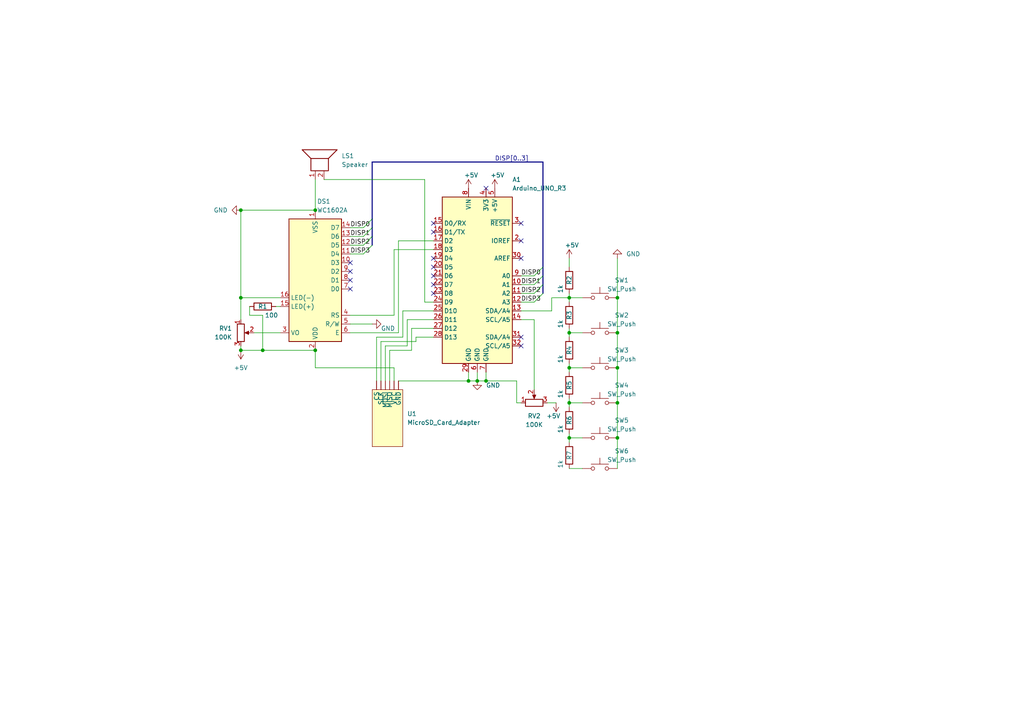
<source format=kicad_sch>
(kicad_sch (version 20211123) (generator eeschema)

  (uuid 41524d81-a7f7-45af-a8c6-15609b68d1fd)

  (paper "A4")

  (lib_symbols
    (symbol "Device:R" (pin_numbers hide) (pin_names (offset 0)) (in_bom yes) (on_board yes)
      (property "Reference" "R" (id 0) (at 2.032 0 90)
        (effects (font (size 1.27 1.27)))
      )
      (property "Value" "R" (id 1) (at 0 0 90)
        (effects (font (size 1.27 1.27)))
      )
      (property "Footprint" "" (id 2) (at -1.778 0 90)
        (effects (font (size 1.27 1.27)) hide)
      )
      (property "Datasheet" "~" (id 3) (at 0 0 0)
        (effects (font (size 1.27 1.27)) hide)
      )
      (property "ki_keywords" "R res resistor" (id 4) (at 0 0 0)
        (effects (font (size 1.27 1.27)) hide)
      )
      (property "ki_description" "Resistor" (id 5) (at 0 0 0)
        (effects (font (size 1.27 1.27)) hide)
      )
      (property "ki_fp_filters" "R_*" (id 6) (at 0 0 0)
        (effects (font (size 1.27 1.27)) hide)
      )
      (symbol "R_0_1"
        (rectangle (start -1.016 -2.54) (end 1.016 2.54)
          (stroke (width 0.254) (type default) (color 0 0 0 0))
          (fill (type none))
        )
      )
      (symbol "R_1_1"
        (pin passive line (at 0 3.81 270) (length 1.27)
          (name "~" (effects (font (size 1.27 1.27))))
          (number "1" (effects (font (size 1.27 1.27))))
        )
        (pin passive line (at 0 -3.81 90) (length 1.27)
          (name "~" (effects (font (size 1.27 1.27))))
          (number "2" (effects (font (size 1.27 1.27))))
        )
      )
    )
    (symbol "Device:R_Potentiometer" (pin_names (offset 1.016) hide) (in_bom yes) (on_board yes)
      (property "Reference" "RV" (id 0) (at -4.445 0 90)
        (effects (font (size 1.27 1.27)))
      )
      (property "Value" "R_Potentiometer" (id 1) (at -2.54 0 90)
        (effects (font (size 1.27 1.27)))
      )
      (property "Footprint" "" (id 2) (at 0 0 0)
        (effects (font (size 1.27 1.27)) hide)
      )
      (property "Datasheet" "~" (id 3) (at 0 0 0)
        (effects (font (size 1.27 1.27)) hide)
      )
      (property "ki_keywords" "resistor variable" (id 4) (at 0 0 0)
        (effects (font (size 1.27 1.27)) hide)
      )
      (property "ki_description" "Potentiometer" (id 5) (at 0 0 0)
        (effects (font (size 1.27 1.27)) hide)
      )
      (property "ki_fp_filters" "Potentiometer*" (id 6) (at 0 0 0)
        (effects (font (size 1.27 1.27)) hide)
      )
      (symbol "R_Potentiometer_0_1"
        (polyline
          (pts
            (xy 2.54 0)
            (xy 1.524 0)
          )
          (stroke (width 0) (type default) (color 0 0 0 0))
          (fill (type none))
        )
        (polyline
          (pts
            (xy 1.143 0)
            (xy 2.286 0.508)
            (xy 2.286 -0.508)
            (xy 1.143 0)
          )
          (stroke (width 0) (type default) (color 0 0 0 0))
          (fill (type outline))
        )
        (rectangle (start 1.016 2.54) (end -1.016 -2.54)
          (stroke (width 0.254) (type default) (color 0 0 0 0))
          (fill (type none))
        )
      )
      (symbol "R_Potentiometer_1_1"
        (pin passive line (at 0 3.81 270) (length 1.27)
          (name "1" (effects (font (size 1.27 1.27))))
          (number "1" (effects (font (size 1.27 1.27))))
        )
        (pin passive line (at 3.81 0 180) (length 1.27)
          (name "2" (effects (font (size 1.27 1.27))))
          (number "2" (effects (font (size 1.27 1.27))))
        )
        (pin passive line (at 0 -3.81 90) (length 1.27)
          (name "3" (effects (font (size 1.27 1.27))))
          (number "3" (effects (font (size 1.27 1.27))))
        )
      )
    )
    (symbol "Device:Speaker" (pin_names (offset 0) hide) (in_bom yes) (on_board yes)
      (property "Reference" "LS" (id 0) (at 1.27 5.715 0)
        (effects (font (size 1.27 1.27)) (justify right))
      )
      (property "Value" "Speaker" (id 1) (at 1.27 3.81 0)
        (effects (font (size 1.27 1.27)) (justify right))
      )
      (property "Footprint" "" (id 2) (at 0 -5.08 0)
        (effects (font (size 1.27 1.27)) hide)
      )
      (property "Datasheet" "~" (id 3) (at -0.254 -1.27 0)
        (effects (font (size 1.27 1.27)) hide)
      )
      (property "ki_keywords" "speaker sound" (id 4) (at 0 0 0)
        (effects (font (size 1.27 1.27)) hide)
      )
      (property "ki_description" "Speaker" (id 5) (at 0 0 0)
        (effects (font (size 1.27 1.27)) hide)
      )
      (symbol "Speaker_0_0"
        (rectangle (start -2.54 1.27) (end 1.016 -3.81)
          (stroke (width 0.254) (type default) (color 0 0 0 0))
          (fill (type none))
        )
        (polyline
          (pts
            (xy 1.016 1.27)
            (xy 3.556 3.81)
            (xy 3.556 -6.35)
            (xy 1.016 -3.81)
          )
          (stroke (width 0.254) (type default) (color 0 0 0 0))
          (fill (type none))
        )
      )
      (symbol "Speaker_1_1"
        (pin input line (at -5.08 0 0) (length 2.54)
          (name "1" (effects (font (size 1.27 1.27))))
          (number "1" (effects (font (size 1.27 1.27))))
        )
        (pin input line (at -5.08 -2.54 0) (length 2.54)
          (name "2" (effects (font (size 1.27 1.27))))
          (number "2" (effects (font (size 1.27 1.27))))
        )
      )
    )
    (symbol "Display_Character:WC1602A" (in_bom yes) (on_board yes)
      (property "Reference" "DS" (id 0) (at -5.842 19.05 0)
        (effects (font (size 1.27 1.27)))
      )
      (property "Value" "WC1602A" (id 1) (at 5.334 19.05 0)
        (effects (font (size 1.27 1.27)))
      )
      (property "Footprint" "Display:WC1602A" (id 2) (at 0 -22.86 0)
        (effects (font (size 1.27 1.27) italic) hide)
      )
      (property "Datasheet" "http://www.wincomlcd.com/pdf/WC1602A-SFYLYHTC06.pdf" (id 3) (at 17.78 0 0)
        (effects (font (size 1.27 1.27)) hide)
      )
      (property "ki_keywords" "display LCD dot-matrix" (id 4) (at 0 0 0)
        (effects (font (size 1.27 1.27)) hide)
      )
      (property "ki_description" "LCD 16x2 Alphanumeric , 8 bit parallel bus, 5V VDD" (id 5) (at 0 0 0)
        (effects (font (size 1.27 1.27)) hide)
      )
      (property "ki_fp_filters" "*WC*1602A*" (id 6) (at 0 0 0)
        (effects (font (size 1.27 1.27)) hide)
      )
      (symbol "WC1602A_1_1"
        (rectangle (start -7.62 17.78) (end 7.62 -17.78)
          (stroke (width 0.254) (type default) (color 0 0 0 0))
          (fill (type background))
        )
        (pin power_in line (at 0 -20.32 90) (length 2.54)
          (name "VSS" (effects (font (size 1.27 1.27))))
          (number "1" (effects (font (size 1.27 1.27))))
        )
        (pin input line (at -10.16 -5.08 0) (length 2.54)
          (name "D3" (effects (font (size 1.27 1.27))))
          (number "10" (effects (font (size 1.27 1.27))))
        )
        (pin input line (at -10.16 -7.62 0) (length 2.54)
          (name "D4" (effects (font (size 1.27 1.27))))
          (number "11" (effects (font (size 1.27 1.27))))
        )
        (pin input line (at -10.16 -10.16 0) (length 2.54)
          (name "D5" (effects (font (size 1.27 1.27))))
          (number "12" (effects (font (size 1.27 1.27))))
        )
        (pin input line (at -10.16 -12.7 0) (length 2.54)
          (name "D6" (effects (font (size 1.27 1.27))))
          (number "13" (effects (font (size 1.27 1.27))))
        )
        (pin input line (at -10.16 -15.24 0) (length 2.54)
          (name "D7" (effects (font (size 1.27 1.27))))
          (number "14" (effects (font (size 1.27 1.27))))
        )
        (pin power_in line (at 10.16 7.62 180) (length 2.54)
          (name "LED(+)" (effects (font (size 1.27 1.27))))
          (number "15" (effects (font (size 1.27 1.27))))
        )
        (pin power_in line (at 10.16 5.08 180) (length 2.54)
          (name "LED(-)" (effects (font (size 1.27 1.27))))
          (number "16" (effects (font (size 1.27 1.27))))
        )
        (pin power_in line (at 0 20.32 270) (length 2.54)
          (name "VDD" (effects (font (size 1.27 1.27))))
          (number "2" (effects (font (size 1.27 1.27))))
        )
        (pin input line (at 10.16 15.24 180) (length 2.54)
          (name "VO" (effects (font (size 1.27 1.27))))
          (number "3" (effects (font (size 1.27 1.27))))
        )
        (pin input line (at -10.16 10.16 0) (length 2.54)
          (name "RS" (effects (font (size 1.27 1.27))))
          (number "4" (effects (font (size 1.27 1.27))))
        )
        (pin input line (at -10.16 12.7 0) (length 2.54)
          (name "R/W" (effects (font (size 1.27 1.27))))
          (number "5" (effects (font (size 1.27 1.27))))
        )
        (pin input line (at -10.16 15.24 0) (length 2.54)
          (name "E" (effects (font (size 1.27 1.27))))
          (number "6" (effects (font (size 1.27 1.27))))
        )
        (pin input line (at -10.16 2.54 0) (length 2.54)
          (name "D0" (effects (font (size 1.27 1.27))))
          (number "7" (effects (font (size 1.27 1.27))))
        )
        (pin input line (at -10.16 0 0) (length 2.54)
          (name "D1" (effects (font (size 1.27 1.27))))
          (number "8" (effects (font (size 1.27 1.27))))
        )
        (pin input line (at -10.16 -2.54 0) (length 2.54)
          (name "D2" (effects (font (size 1.27 1.27))))
          (number "9" (effects (font (size 1.27 1.27))))
        )
      )
    )
    (symbol "MCU_Module:Arduino_UNO_R3" (in_bom yes) (on_board yes)
      (property "Reference" "A" (id 0) (at -10.16 23.495 0)
        (effects (font (size 1.27 1.27)) (justify left bottom))
      )
      (property "Value" "Arduino_UNO_R3" (id 1) (at 5.08 -26.67 0)
        (effects (font (size 1.27 1.27)) (justify left top))
      )
      (property "Footprint" "Module:Arduino_UNO_R3" (id 2) (at 0 0 0)
        (effects (font (size 1.27 1.27) italic) hide)
      )
      (property "Datasheet" "https://www.arduino.cc/en/Main/arduinoBoardUno" (id 3) (at 0 0 0)
        (effects (font (size 1.27 1.27)) hide)
      )
      (property "ki_keywords" "Arduino UNO R3 Microcontroller Module Atmel AVR USB" (id 4) (at 0 0 0)
        (effects (font (size 1.27 1.27)) hide)
      )
      (property "ki_description" "Arduino UNO Microcontroller Module, release 3" (id 5) (at 0 0 0)
        (effects (font (size 1.27 1.27)) hide)
      )
      (property "ki_fp_filters" "Arduino*UNO*R3*" (id 6) (at 0 0 0)
        (effects (font (size 1.27 1.27)) hide)
      )
      (symbol "Arduino_UNO_R3_0_1"
        (rectangle (start -10.16 22.86) (end 10.16 -25.4)
          (stroke (width 0.254) (type default) (color 0 0 0 0))
          (fill (type background))
        )
      )
      (symbol "Arduino_UNO_R3_1_1"
        (pin no_connect line (at -10.16 -20.32 0) (length 2.54) hide
          (name "NC" (effects (font (size 1.27 1.27))))
          (number "1" (effects (font (size 1.27 1.27))))
        )
        (pin bidirectional line (at 12.7 -2.54 180) (length 2.54)
          (name "A1" (effects (font (size 1.27 1.27))))
          (number "10" (effects (font (size 1.27 1.27))))
        )
        (pin bidirectional line (at 12.7 -5.08 180) (length 2.54)
          (name "A2" (effects (font (size 1.27 1.27))))
          (number "11" (effects (font (size 1.27 1.27))))
        )
        (pin bidirectional line (at 12.7 -7.62 180) (length 2.54)
          (name "A3" (effects (font (size 1.27 1.27))))
          (number "12" (effects (font (size 1.27 1.27))))
        )
        (pin bidirectional line (at 12.7 -10.16 180) (length 2.54)
          (name "SDA/A4" (effects (font (size 1.27 1.27))))
          (number "13" (effects (font (size 1.27 1.27))))
        )
        (pin bidirectional line (at 12.7 -12.7 180) (length 2.54)
          (name "SCL/A5" (effects (font (size 1.27 1.27))))
          (number "14" (effects (font (size 1.27 1.27))))
        )
        (pin bidirectional line (at -12.7 15.24 0) (length 2.54)
          (name "D0/RX" (effects (font (size 1.27 1.27))))
          (number "15" (effects (font (size 1.27 1.27))))
        )
        (pin bidirectional line (at -12.7 12.7 0) (length 2.54)
          (name "D1/TX" (effects (font (size 1.27 1.27))))
          (number "16" (effects (font (size 1.27 1.27))))
        )
        (pin bidirectional line (at -12.7 10.16 0) (length 2.54)
          (name "D2" (effects (font (size 1.27 1.27))))
          (number "17" (effects (font (size 1.27 1.27))))
        )
        (pin bidirectional line (at -12.7 7.62 0) (length 2.54)
          (name "D3" (effects (font (size 1.27 1.27))))
          (number "18" (effects (font (size 1.27 1.27))))
        )
        (pin bidirectional line (at -12.7 5.08 0) (length 2.54)
          (name "D4" (effects (font (size 1.27 1.27))))
          (number "19" (effects (font (size 1.27 1.27))))
        )
        (pin output line (at 12.7 10.16 180) (length 2.54)
          (name "IOREF" (effects (font (size 1.27 1.27))))
          (number "2" (effects (font (size 1.27 1.27))))
        )
        (pin bidirectional line (at -12.7 2.54 0) (length 2.54)
          (name "D5" (effects (font (size 1.27 1.27))))
          (number "20" (effects (font (size 1.27 1.27))))
        )
        (pin bidirectional line (at -12.7 0 0) (length 2.54)
          (name "D6" (effects (font (size 1.27 1.27))))
          (number "21" (effects (font (size 1.27 1.27))))
        )
        (pin bidirectional line (at -12.7 -2.54 0) (length 2.54)
          (name "D7" (effects (font (size 1.27 1.27))))
          (number "22" (effects (font (size 1.27 1.27))))
        )
        (pin bidirectional line (at -12.7 -5.08 0) (length 2.54)
          (name "D8" (effects (font (size 1.27 1.27))))
          (number "23" (effects (font (size 1.27 1.27))))
        )
        (pin bidirectional line (at -12.7 -7.62 0) (length 2.54)
          (name "D9" (effects (font (size 1.27 1.27))))
          (number "24" (effects (font (size 1.27 1.27))))
        )
        (pin bidirectional line (at -12.7 -10.16 0) (length 2.54)
          (name "D10" (effects (font (size 1.27 1.27))))
          (number "25" (effects (font (size 1.27 1.27))))
        )
        (pin bidirectional line (at -12.7 -12.7 0) (length 2.54)
          (name "D11" (effects (font (size 1.27 1.27))))
          (number "26" (effects (font (size 1.27 1.27))))
        )
        (pin bidirectional line (at -12.7 -15.24 0) (length 2.54)
          (name "D12" (effects (font (size 1.27 1.27))))
          (number "27" (effects (font (size 1.27 1.27))))
        )
        (pin bidirectional line (at -12.7 -17.78 0) (length 2.54)
          (name "D13" (effects (font (size 1.27 1.27))))
          (number "28" (effects (font (size 1.27 1.27))))
        )
        (pin power_in line (at -2.54 -27.94 90) (length 2.54)
          (name "GND" (effects (font (size 1.27 1.27))))
          (number "29" (effects (font (size 1.27 1.27))))
        )
        (pin input line (at 12.7 15.24 180) (length 2.54)
          (name "~{RESET}" (effects (font (size 1.27 1.27))))
          (number "3" (effects (font (size 1.27 1.27))))
        )
        (pin input line (at 12.7 5.08 180) (length 2.54)
          (name "AREF" (effects (font (size 1.27 1.27))))
          (number "30" (effects (font (size 1.27 1.27))))
        )
        (pin bidirectional line (at 12.7 -17.78 180) (length 2.54)
          (name "SDA/A4" (effects (font (size 1.27 1.27))))
          (number "31" (effects (font (size 1.27 1.27))))
        )
        (pin bidirectional line (at 12.7 -20.32 180) (length 2.54)
          (name "SCL/A5" (effects (font (size 1.27 1.27))))
          (number "32" (effects (font (size 1.27 1.27))))
        )
        (pin power_out line (at 2.54 25.4 270) (length 2.54)
          (name "3V3" (effects (font (size 1.27 1.27))))
          (number "4" (effects (font (size 1.27 1.27))))
        )
        (pin power_out line (at 5.08 25.4 270) (length 2.54)
          (name "+5V" (effects (font (size 1.27 1.27))))
          (number "5" (effects (font (size 1.27 1.27))))
        )
        (pin power_in line (at 0 -27.94 90) (length 2.54)
          (name "GND" (effects (font (size 1.27 1.27))))
          (number "6" (effects (font (size 1.27 1.27))))
        )
        (pin power_in line (at 2.54 -27.94 90) (length 2.54)
          (name "GND" (effects (font (size 1.27 1.27))))
          (number "7" (effects (font (size 1.27 1.27))))
        )
        (pin power_in line (at -2.54 25.4 270) (length 2.54)
          (name "VIN" (effects (font (size 1.27 1.27))))
          (number "8" (effects (font (size 1.27 1.27))))
        )
        (pin bidirectional line (at 12.7 0 180) (length 2.54)
          (name "A0" (effects (font (size 1.27 1.27))))
          (number "9" (effects (font (size 1.27 1.27))))
        )
      )
    )
    (symbol "MicroSD_Card_Module:MicroSD_Card_Adapter" (in_bom yes) (on_board yes)
      (property "Reference" "U" (id 0) (at -7.62 11.43 0)
        (effects (font (size 1.27 1.27)))
      )
      (property "Value" "MicroSD_Card_Adapter" (id 1) (at 1.27 0 0)
        (effects (font (size 1.27 1.27)))
      )
      (property "Footprint" "" (id 2) (at 0 0 0)
        (effects (font (size 1.27 1.27)) hide)
      )
      (property "Datasheet" "" (id 3) (at 0 0 0)
        (effects (font (size 1.27 1.27)) hide)
      )
      (symbol "MicroSD_Card_Adapter_0_1"
        (rectangle (start -8.89 10.16) (end 7.62 1.27)
          (stroke (width 0) (type default) (color 0 0 0 0))
          (fill (type background))
        )
      )
      (symbol "MicroSD_Card_Adapter_1_1"
        (pin passive line (at 10.16 8.89 180) (length 2.54)
          (name "CS" (effects (font (size 1.27 1.27))))
          (number "" (effects (font (size 1.27 1.27))))
        )
        (pin power_in line (at 10.16 2.54 180) (length 2.54)
          (name "GND" (effects (font (size 1.27 1.27))))
          (number "" (effects (font (size 1.27 1.27))))
        )
        (pin output line (at 10.16 5.08 180) (length 2.54)
          (name "MISO" (effects (font (size 1.27 1.27))))
          (number "" (effects (font (size 1.27 1.27))))
        )
        (pin input line (at 10.16 6.35 180) (length 2.54)
          (name "MOSI" (effects (font (size 1.27 1.27))))
          (number "" (effects (font (size 1.27 1.27))))
        )
        (pin passive line (at 10.16 7.62 180) (length 2.54)
          (name "SCK" (effects (font (size 1.27 1.27))))
          (number "" (effects (font (size 1.27 1.27))))
        )
        (pin power_in line (at 10.16 3.81 180) (length 2.54)
          (name "VCC" (effects (font (size 1.27 1.27))))
          (number "" (effects (font (size 1.27 1.27))))
        )
      )
    )
    (symbol "Switch:SW_Push" (pin_numbers hide) (pin_names (offset 1.016) hide) (in_bom yes) (on_board yes)
      (property "Reference" "SW" (id 0) (at 1.27 2.54 0)
        (effects (font (size 1.27 1.27)) (justify left))
      )
      (property "Value" "SW_Push" (id 1) (at 0 -1.524 0)
        (effects (font (size 1.27 1.27)))
      )
      (property "Footprint" "" (id 2) (at 0 5.08 0)
        (effects (font (size 1.27 1.27)) hide)
      )
      (property "Datasheet" "~" (id 3) (at 0 5.08 0)
        (effects (font (size 1.27 1.27)) hide)
      )
      (property "ki_keywords" "switch normally-open pushbutton push-button" (id 4) (at 0 0 0)
        (effects (font (size 1.27 1.27)) hide)
      )
      (property "ki_description" "Push button switch, generic, two pins" (id 5) (at 0 0 0)
        (effects (font (size 1.27 1.27)) hide)
      )
      (symbol "SW_Push_0_1"
        (circle (center -2.032 0) (radius 0.508)
          (stroke (width 0) (type default) (color 0 0 0 0))
          (fill (type none))
        )
        (polyline
          (pts
            (xy 0 1.27)
            (xy 0 3.048)
          )
          (stroke (width 0) (type default) (color 0 0 0 0))
          (fill (type none))
        )
        (polyline
          (pts
            (xy 2.54 1.27)
            (xy -2.54 1.27)
          )
          (stroke (width 0) (type default) (color 0 0 0 0))
          (fill (type none))
        )
        (circle (center 2.032 0) (radius 0.508)
          (stroke (width 0) (type default) (color 0 0 0 0))
          (fill (type none))
        )
        (pin passive line (at -5.08 0 0) (length 2.54)
          (name "1" (effects (font (size 1.27 1.27))))
          (number "1" (effects (font (size 1.27 1.27))))
        )
        (pin passive line (at 5.08 0 180) (length 2.54)
          (name "2" (effects (font (size 1.27 1.27))))
          (number "2" (effects (font (size 1.27 1.27))))
        )
      )
    )
    (symbol "power:+5V" (power) (pin_names (offset 0)) (in_bom yes) (on_board yes)
      (property "Reference" "#PWR" (id 0) (at 0 -3.81 0)
        (effects (font (size 1.27 1.27)) hide)
      )
      (property "Value" "+5V" (id 1) (at 0 3.556 0)
        (effects (font (size 1.27 1.27)))
      )
      (property "Footprint" "" (id 2) (at 0 0 0)
        (effects (font (size 1.27 1.27)) hide)
      )
      (property "Datasheet" "" (id 3) (at 0 0 0)
        (effects (font (size 1.27 1.27)) hide)
      )
      (property "ki_keywords" "power-flag" (id 4) (at 0 0 0)
        (effects (font (size 1.27 1.27)) hide)
      )
      (property "ki_description" "Power symbol creates a global label with name \"+5V\"" (id 5) (at 0 0 0)
        (effects (font (size 1.27 1.27)) hide)
      )
      (symbol "+5V_0_1"
        (polyline
          (pts
            (xy -0.762 1.27)
            (xy 0 2.54)
          )
          (stroke (width 0) (type default) (color 0 0 0 0))
          (fill (type none))
        )
        (polyline
          (pts
            (xy 0 0)
            (xy 0 2.54)
          )
          (stroke (width 0) (type default) (color 0 0 0 0))
          (fill (type none))
        )
        (polyline
          (pts
            (xy 0 2.54)
            (xy 0.762 1.27)
          )
          (stroke (width 0) (type default) (color 0 0 0 0))
          (fill (type none))
        )
      )
      (symbol "+5V_1_1"
        (pin power_in line (at 0 0 90) (length 0) hide
          (name "+5V" (effects (font (size 1.27 1.27))))
          (number "1" (effects (font (size 1.27 1.27))))
        )
      )
    )
    (symbol "power:GND" (power) (pin_names (offset 0)) (in_bom yes) (on_board yes)
      (property "Reference" "#PWR" (id 0) (at 0 -6.35 0)
        (effects (font (size 1.27 1.27)) hide)
      )
      (property "Value" "GND" (id 1) (at 0 -3.81 0)
        (effects (font (size 1.27 1.27)))
      )
      (property "Footprint" "" (id 2) (at 0 0 0)
        (effects (font (size 1.27 1.27)) hide)
      )
      (property "Datasheet" "" (id 3) (at 0 0 0)
        (effects (font (size 1.27 1.27)) hide)
      )
      (property "ki_keywords" "power-flag" (id 4) (at 0 0 0)
        (effects (font (size 1.27 1.27)) hide)
      )
      (property "ki_description" "Power symbol creates a global label with name \"GND\" , ground" (id 5) (at 0 0 0)
        (effects (font (size 1.27 1.27)) hide)
      )
      (symbol "GND_0_1"
        (polyline
          (pts
            (xy 0 0)
            (xy 0 -1.27)
            (xy 1.27 -1.27)
            (xy 0 -2.54)
            (xy -1.27 -1.27)
            (xy 0 -1.27)
          )
          (stroke (width 0) (type default) (color 0 0 0 0))
          (fill (type none))
        )
      )
      (symbol "GND_1_1"
        (pin power_in line (at 0 0 270) (length 0) hide
          (name "GND" (effects (font (size 1.27 1.27))))
          (number "1" (effects (font (size 1.27 1.27))))
        )
      )
    )
  )

  (junction (at 76.2 101.6) (diameter 0) (color 0 0 0 0)
    (uuid 333c653a-0b05-4693-9635-b158ec4ad8d6)
  )
  (junction (at 165.1 106.68) (diameter 0) (color 0 0 0 0)
    (uuid 36e34d16-fdff-47b8-be3a-58af7c1815e3)
  )
  (junction (at 69.85 60.96) (diameter 0) (color 0 0 0 0)
    (uuid 3ba22226-6cd0-460e-91e9-dd82a1f7b203)
  )
  (junction (at 165.1 96.52) (diameter 0) (color 0 0 0 0)
    (uuid 3d09f046-290e-415e-9e8b-89d199253437)
  )
  (junction (at 69.85 101.6) (diameter 0) (color 0 0 0 0)
    (uuid 6653c972-efc1-41a2-ad0f-32c816dccdc7)
  )
  (junction (at 69.85 86.36) (diameter 0) (color 0 0 0 0)
    (uuid 69900620-4097-4476-9810-b1eced861690)
  )
  (junction (at 165.1 86.36) (diameter 0) (color 0 0 0 0)
    (uuid 79f93264-57b8-4fbd-b69b-0986a45f9162)
  )
  (junction (at 140.97 110.49) (diameter 0) (color 0 0 0 0)
    (uuid 89bf854c-8b44-4cfa-b863-c9e5b703c1d2)
  )
  (junction (at 165.1 127) (diameter 0) (color 0 0 0 0)
    (uuid 8d99e46a-3797-4172-9e52-fbb7f9d6c031)
  )
  (junction (at 91.44 60.96) (diameter 0) (color 0 0 0 0)
    (uuid 91628da5-0e0a-4d52-8504-1dc66cef7ef6)
  )
  (junction (at 91.44 101.6) (diameter 0) (color 0 0 0 0)
    (uuid b3b4c810-3675-4c89-8312-a75b45f68a52)
  )
  (junction (at 179.07 96.52) (diameter 0) (color 0 0 0 0)
    (uuid b969d0f5-c581-40e8-9941-9dec19cd62c0)
  )
  (junction (at 179.07 106.68) (diameter 0) (color 0 0 0 0)
    (uuid bd7654ec-6c32-4613-985e-2d66a66a0465)
  )
  (junction (at 138.43 110.49) (diameter 0) (color 0 0 0 0)
    (uuid c152eb07-b5ed-4f3a-9b8e-19ff5345a9d9)
  )
  (junction (at 135.89 110.49) (diameter 0) (color 0 0 0 0)
    (uuid c717bab7-e3d5-45fd-913e-3f2dde631555)
  )
  (junction (at 179.07 116.84) (diameter 0) (color 0 0 0 0)
    (uuid d084616c-77be-4069-82e3-73378e3d371e)
  )
  (junction (at 165.1 116.84) (diameter 0) (color 0 0 0 0)
    (uuid d51f37f7-a84d-4671-ade2-a40b3c64d1d5)
  )
  (junction (at 179.07 127) (diameter 0) (color 0 0 0 0)
    (uuid d7c25682-3179-48a1-8917-e94fa07ea120)
  )
  (junction (at 179.07 86.36) (diameter 0) (color 0 0 0 0)
    (uuid e4e5dbdc-6806-438f-9947-554d9f6bae6f)
  )

  (no_connect (at 101.6 81.28) (uuid 316e6ae0-eeaa-4161-8248-c321ed78da0e))
  (no_connect (at 101.6 83.82) (uuid 316e6ae0-eeaa-4161-8248-c321ed78da0e))
  (no_connect (at 101.6 76.2) (uuid 316e6ae0-eeaa-4161-8248-c321ed78da0e))
  (no_connect (at 101.6 78.74) (uuid 316e6ae0-eeaa-4161-8248-c321ed78da0e))
  (no_connect (at 151.13 97.79) (uuid 8eebf783-2c32-40c3-b86e-176a7213d84a))
  (no_connect (at 151.13 100.33) (uuid 8eebf783-2c32-40c3-b86e-176a7213d84a))
  (no_connect (at 125.73 77.47) (uuid 8eebf783-2c32-40c3-b86e-176a7213d84a))
  (no_connect (at 125.73 80.01) (uuid 8eebf783-2c32-40c3-b86e-176a7213d84a))
  (no_connect (at 125.73 74.93) (uuid 8eebf783-2c32-40c3-b86e-176a7213d84a))
  (no_connect (at 125.73 82.55) (uuid 8eebf783-2c32-40c3-b86e-176a7213d84a))
  (no_connect (at 125.73 85.09) (uuid 8eebf783-2c32-40c3-b86e-176a7213d84a))
  (no_connect (at 151.13 64.77) (uuid 8eebf783-2c32-40c3-b86e-176a7213d84a))
  (no_connect (at 151.13 69.85) (uuid 8eebf783-2c32-40c3-b86e-176a7213d84a))
  (no_connect (at 151.13 74.93) (uuid 8eebf783-2c32-40c3-b86e-176a7213d84a))
  (no_connect (at 140.97 54.61) (uuid 8eebf783-2c32-40c3-b86e-176a7213d84a))
  (no_connect (at 125.73 67.31) (uuid b452654c-0af9-452a-9138-4303c0e3ebb7))
  (no_connect (at 125.73 64.77) (uuid b452654c-0af9-452a-9138-4303c0e3ebb7))

  (bus_entry (at 154.94 87.63) (size 2.54 -2.54)
    (stroke (width 0) (type default) (color 0 0 0 0))
    (uuid 12ffd6aa-0f30-4629-a970-b081b41f4267)
  )
  (bus_entry (at 154.94 85.09) (size 2.54 -2.54)
    (stroke (width 0) (type default) (color 0 0 0 0))
    (uuid 24250461-ab66-4ec0-9f35-6b5cce082458)
  )
  (bus_entry (at 105.41 71.12) (size 2.54 -2.54)
    (stroke (width 0) (type default) (color 0 0 0 0))
    (uuid 3c71d148-8ba0-4d8e-9c79-58b66bde93d7)
  )
  (bus_entry (at 105.41 73.66) (size 2.54 -2.54)
    (stroke (width 0) (type default) (color 0 0 0 0))
    (uuid 3c71d148-8ba0-4d8e-9c79-58b66bde93d7)
  )
  (bus_entry (at 105.41 68.58) (size 2.54 -2.54)
    (stroke (width 0) (type default) (color 0 0 0 0))
    (uuid 3c71d148-8ba0-4d8e-9c79-58b66bde93d7)
  )
  (bus_entry (at 105.41 66.04) (size 2.54 -2.54)
    (stroke (width 0) (type default) (color 0 0 0 0))
    (uuid 3c71d148-8ba0-4d8e-9c79-58b66bde93d7)
  )
  (bus_entry (at 154.94 82.55) (size 2.54 -2.54)
    (stroke (width 0) (type default) (color 0 0 0 0))
    (uuid 82867bf4-f706-48dc-ab65-fa19c1c7efd9)
  )
  (bus_entry (at 154.94 80.01) (size 2.54 -2.54)
    (stroke (width 0) (type default) (color 0 0 0 0))
    (uuid d336bb33-8551-45e1-9a37-39a5964e22ad)
  )

  (wire (pts (xy 179.07 116.84) (xy 179.07 127))
    (stroke (width 0) (type default) (color 0 0 0 0))
    (uuid 015dbbc2-546c-466b-be7a-f5a15faacc47)
  )
  (wire (pts (xy 119.38 95.25) (xy 119.38 101.6))
    (stroke (width 0) (type default) (color 0 0 0 0))
    (uuid 01c72171-0da7-4c24-98c5-4dfb9aff63e1)
  )
  (wire (pts (xy 116.84 90.17) (xy 116.84 97.79))
    (stroke (width 0) (type default) (color 0 0 0 0))
    (uuid 076bf787-d631-48c8-b80f-435a724af217)
  )
  (wire (pts (xy 165.1 86.36) (xy 165.1 87.63))
    (stroke (width 0) (type default) (color 0 0 0 0))
    (uuid 0b3134a1-7846-465f-8778-75a423e2cb8d)
  )
  (wire (pts (xy 151.13 85.09) (xy 154.94 85.09))
    (stroke (width 0) (type default) (color 0 0 0 0))
    (uuid 116dfe6d-587c-4dd5-a481-7afc3b428ec0)
  )
  (wire (pts (xy 91.44 52.07) (xy 91.44 60.96))
    (stroke (width 0) (type default) (color 0 0 0 0))
    (uuid 139d4738-eb0e-4d6b-9131-182853e7b3a2)
  )
  (wire (pts (xy 101.6 93.98) (xy 107.95 93.98))
    (stroke (width 0) (type default) (color 0 0 0 0))
    (uuid 172f26bd-bf4d-46c6-a515-c487672bdf99)
  )
  (wire (pts (xy 125.73 95.25) (xy 119.38 95.25))
    (stroke (width 0) (type default) (color 0 0 0 0))
    (uuid 1af646ba-7951-4bc3-a6ae-bb3f6bbcc7d8)
  )
  (wire (pts (xy 151.13 92.71) (xy 154.94 92.71))
    (stroke (width 0) (type default) (color 0 0 0 0))
    (uuid 1ebfa755-e1e8-4099-95a9-b7c7a9c5ac79)
  )
  (wire (pts (xy 179.07 86.36) (xy 179.07 96.52))
    (stroke (width 0) (type default) (color 0 0 0 0))
    (uuid 1f81cc05-ee18-405a-9c15-8481ec9fe596)
  )
  (wire (pts (xy 165.1 105.41) (xy 165.1 106.68))
    (stroke (width 0) (type default) (color 0 0 0 0))
    (uuid 209086c8-f442-4306-8844-08e9bf7f5456)
  )
  (wire (pts (xy 114.3 91.44) (xy 114.3 72.39))
    (stroke (width 0) (type default) (color 0 0 0 0))
    (uuid 20e1744f-b8a0-4094-b155-2e3425f1b1da)
  )
  (wire (pts (xy 135.89 107.95) (xy 135.89 110.49))
    (stroke (width 0) (type default) (color 0 0 0 0))
    (uuid 2132f5e3-d475-45fd-92b7-f3f40820e184)
  )
  (wire (pts (xy 118.11 100.33) (xy 111.76 100.33))
    (stroke (width 0) (type default) (color 0 0 0 0))
    (uuid 255585ba-c812-45d9-932e-3ca5a1b40c81)
  )
  (wire (pts (xy 151.13 87.63) (xy 154.94 87.63))
    (stroke (width 0) (type default) (color 0 0 0 0))
    (uuid 25ced3de-676b-4ac0-9053-fc67b3d03691)
  )
  (wire (pts (xy 101.6 68.58) (xy 105.41 68.58))
    (stroke (width 0) (type default) (color 0 0 0 0))
    (uuid 279f9bc9-5ef3-472e-a062-7483638ba28a)
  )
  (wire (pts (xy 73.66 96.52) (xy 81.28 96.52))
    (stroke (width 0) (type default) (color 0 0 0 0))
    (uuid 285b351f-574f-4dbe-a5bc-a6d6f68be519)
  )
  (wire (pts (xy 179.07 106.68) (xy 179.07 116.84))
    (stroke (width 0) (type default) (color 0 0 0 0))
    (uuid 2b450c12-77a0-4a5c-9aca-a74eed5074f6)
  )
  (wire (pts (xy 120.65 97.79) (xy 120.65 99.06))
    (stroke (width 0) (type default) (color 0 0 0 0))
    (uuid 2e26f69f-dce3-4e24-b56f-cf7364f0950f)
  )
  (wire (pts (xy 123.19 87.63) (xy 125.73 87.63))
    (stroke (width 0) (type default) (color 0 0 0 0))
    (uuid 36ae1d82-6aef-4f11-b05c-1dfbde7f7ef7)
  )
  (wire (pts (xy 114.3 110.49) (xy 114.3 106.68))
    (stroke (width 0) (type default) (color 0 0 0 0))
    (uuid 37cfd966-b783-4791-a99f-dbc7ef9f4adb)
  )
  (wire (pts (xy 140.97 110.49) (xy 138.43 110.49))
    (stroke (width 0) (type default) (color 0 0 0 0))
    (uuid 3e6d16df-9d79-496a-9ffc-ed0bed1270dc)
  )
  (wire (pts (xy 165.1 115.57) (xy 165.1 116.84))
    (stroke (width 0) (type default) (color 0 0 0 0))
    (uuid 3e9899f6-280b-4b64-887a-af77c44ecf6c)
  )
  (wire (pts (xy 101.6 66.04) (xy 105.41 66.04))
    (stroke (width 0) (type default) (color 0 0 0 0))
    (uuid 3f0bca8b-f1bf-4937-a082-34ad8395d968)
  )
  (bus (pts (xy 107.95 66.04) (xy 107.95 68.58))
    (stroke (width 0) (type default) (color 0 0 0 0))
    (uuid 3fe0d0f0-5160-4522-a98a-5c347b3bb082)
  )

  (wire (pts (xy 160.02 90.17) (xy 160.02 86.36))
    (stroke (width 0) (type default) (color 0 0 0 0))
    (uuid 40655156-ebb8-4b19-8b45-9bf06650519c)
  )
  (bus (pts (xy 107.95 46.99) (xy 107.95 63.5))
    (stroke (width 0) (type default) (color 0 0 0 0))
    (uuid 40ab64f1-b69c-4df9-8289-7bf807fa1ddf)
  )

  (wire (pts (xy 69.85 101.6) (xy 76.2 101.6))
    (stroke (width 0) (type default) (color 0 0 0 0))
    (uuid 40c5d4aa-42f6-4c9a-9bcd-20dc58891a6c)
  )
  (wire (pts (xy 179.07 96.52) (xy 179.07 106.68))
    (stroke (width 0) (type default) (color 0 0 0 0))
    (uuid 449b82b0-cb51-46f2-bbbb-1f14793ac420)
  )
  (wire (pts (xy 109.22 97.79) (xy 109.22 110.49))
    (stroke (width 0) (type default) (color 0 0 0 0))
    (uuid 451b7c31-9737-493d-be9b-fd7fd56e4399)
  )
  (wire (pts (xy 76.2 101.6) (xy 91.44 101.6))
    (stroke (width 0) (type default) (color 0 0 0 0))
    (uuid 49bdaa67-149f-4f2e-8c60-9195ba6be32f)
  )
  (wire (pts (xy 160.02 86.36) (xy 165.1 86.36))
    (stroke (width 0) (type default) (color 0 0 0 0))
    (uuid 4c25747f-b237-42c9-ab3a-f65a8fc0b215)
  )
  (wire (pts (xy 165.1 125.73) (xy 165.1 127))
    (stroke (width 0) (type default) (color 0 0 0 0))
    (uuid 52159c13-3a57-4ae4-8dfa-b320825155c7)
  )
  (wire (pts (xy 110.49 99.06) (xy 110.49 110.49))
    (stroke (width 0) (type default) (color 0 0 0 0))
    (uuid 558fd444-86f6-43f4-9009-e5e07f6adf91)
  )
  (wire (pts (xy 115.57 96.52) (xy 115.57 69.85))
    (stroke (width 0) (type default) (color 0 0 0 0))
    (uuid 55e82188-8071-4806-a66c-3a6890d062ad)
  )
  (wire (pts (xy 165.1 106.68) (xy 165.1 107.95))
    (stroke (width 0) (type default) (color 0 0 0 0))
    (uuid 5adbd01c-8de7-45ca-89c5-97489bee1c5a)
  )
  (wire (pts (xy 179.07 74.93) (xy 179.07 86.36))
    (stroke (width 0) (type default) (color 0 0 0 0))
    (uuid 6171ae07-4a01-47de-9df7-0f9551ff4a3f)
  )
  (wire (pts (xy 115.57 110.49) (xy 135.89 110.49))
    (stroke (width 0) (type default) (color 0 0 0 0))
    (uuid 6318225d-e4c2-4c50-b5da-b90cf6efd740)
  )
  (wire (pts (xy 69.85 100.33) (xy 69.85 101.6))
    (stroke (width 0) (type default) (color 0 0 0 0))
    (uuid 65bfcc64-91ad-4a70-bae4-db7ad9d2ed18)
  )
  (wire (pts (xy 151.13 82.55) (xy 154.94 82.55))
    (stroke (width 0) (type default) (color 0 0 0 0))
    (uuid 667a6064-da95-4136-b19f-3d95581483e8)
  )
  (wire (pts (xy 165.1 116.84) (xy 165.1 118.11))
    (stroke (width 0) (type default) (color 0 0 0 0))
    (uuid 67ad4ae8-51a8-46a6-ac97-6e0db45b422a)
  )
  (wire (pts (xy 72.39 88.9) (xy 72.39 91.44))
    (stroke (width 0) (type default) (color 0 0 0 0))
    (uuid 6876bb00-939a-4e42-abfb-a049fe5d0231)
  )
  (wire (pts (xy 165.1 127) (xy 168.91 127))
    (stroke (width 0) (type default) (color 0 0 0 0))
    (uuid 6ccf73a2-c3ed-4b4e-9b30-a1d7b89cb521)
  )
  (wire (pts (xy 123.19 52.07) (xy 123.19 87.63))
    (stroke (width 0) (type default) (color 0 0 0 0))
    (uuid 6d8a75af-45c7-46f7-8a96-03a48e515b20)
  )
  (wire (pts (xy 91.44 106.68) (xy 91.44 101.6))
    (stroke (width 0) (type default) (color 0 0 0 0))
    (uuid 70f8a88b-8ade-487f-8354-0198e6fe9fd1)
  )
  (bus (pts (xy 107.95 46.99) (xy 157.48 46.99))
    (stroke (width 0) (type default) (color 0 0 0 0))
    (uuid 729988ad-277d-4e26-89dc-638885273fe9)
  )

  (wire (pts (xy 140.97 107.95) (xy 140.97 110.49))
    (stroke (width 0) (type default) (color 0 0 0 0))
    (uuid 76ad413c-9d8b-4f2a-aff4-91ae63c260ad)
  )
  (wire (pts (xy 179.07 127) (xy 179.07 135.89))
    (stroke (width 0) (type default) (color 0 0 0 0))
    (uuid 794ae0f6-81aa-4c15-9932-41bd1374160e)
  )
  (bus (pts (xy 107.95 68.58) (xy 107.95 71.12))
    (stroke (width 0) (type default) (color 0 0 0 0))
    (uuid 798befb0-c55c-457b-9ae0-a894d32275a3)
  )

  (wire (pts (xy 125.73 90.17) (xy 116.84 90.17))
    (stroke (width 0) (type default) (color 0 0 0 0))
    (uuid 7a257c8f-0b72-4b2a-9e0a-adbacae1133a)
  )
  (wire (pts (xy 165.1 116.84) (xy 168.91 116.84))
    (stroke (width 0) (type default) (color 0 0 0 0))
    (uuid 7cc1b181-466c-4790-a870-de05279f3570)
  )
  (wire (pts (xy 165.1 74.93) (xy 165.1 77.47))
    (stroke (width 0) (type default) (color 0 0 0 0))
    (uuid 8157fc69-e547-49f2-8774-0a8443d02819)
  )
  (wire (pts (xy 101.6 71.12) (xy 105.41 71.12))
    (stroke (width 0) (type default) (color 0 0 0 0))
    (uuid 8264a9c1-5749-4b68-afc0-0e8e107cc2cc)
  )
  (wire (pts (xy 149.86 110.49) (xy 140.97 110.49))
    (stroke (width 0) (type default) (color 0 0 0 0))
    (uuid 8da8682c-6f3c-4f8e-a03b-98b1db5c53d2)
  )
  (wire (pts (xy 154.94 92.71) (xy 154.94 113.03))
    (stroke (width 0) (type default) (color 0 0 0 0))
    (uuid 8e474e07-cfb0-4272-a063-4e7bd430e7e6)
  )
  (wire (pts (xy 165.1 96.52) (xy 165.1 97.79))
    (stroke (width 0) (type default) (color 0 0 0 0))
    (uuid 8e91599a-b6cc-465d-82f9-0fe8ed18691a)
  )
  (wire (pts (xy 165.1 127) (xy 165.1 128.27))
    (stroke (width 0) (type default) (color 0 0 0 0))
    (uuid 915997fc-27d9-4630-8343-b8e13fb72cd1)
  )
  (wire (pts (xy 69.85 86.36) (xy 69.85 60.96))
    (stroke (width 0) (type default) (color 0 0 0 0))
    (uuid 95c4788a-e580-47a1-8c3b-f5d4133a2dad)
  )
  (wire (pts (xy 76.2 91.44) (xy 76.2 101.6))
    (stroke (width 0) (type default) (color 0 0 0 0))
    (uuid 9b587166-b4eb-4dd9-b5d8-7c9b1c9ad5a8)
  )
  (bus (pts (xy 107.95 63.5) (xy 107.95 66.04))
    (stroke (width 0) (type default) (color 0 0 0 0))
    (uuid a15caa5c-d36e-450e-b83d-da7e38d8e773)
  )

  (wire (pts (xy 113.03 101.6) (xy 113.03 110.49))
    (stroke (width 0) (type default) (color 0 0 0 0))
    (uuid a18b95e3-f606-4fc7-b320-1686837ca952)
  )
  (wire (pts (xy 120.65 97.79) (xy 125.73 97.79))
    (stroke (width 0) (type default) (color 0 0 0 0))
    (uuid a54a0e64-f538-4609-bae8-b83141961585)
  )
  (bus (pts (xy 157.48 80.01) (xy 157.48 82.55))
    (stroke (width 0) (type default) (color 0 0 0 0))
    (uuid a76a50b2-fac4-41d0-bf9a-c5468e9987ca)
  )

  (wire (pts (xy 165.1 135.89) (xy 168.91 135.89))
    (stroke (width 0) (type default) (color 0 0 0 0))
    (uuid a89f9f45-d0e8-4597-b171-7eebb6aa5da5)
  )
  (bus (pts (xy 157.48 77.47) (xy 157.48 80.01))
    (stroke (width 0) (type default) (color 0 0 0 0))
    (uuid a91b5418-a657-4e4b-b679-a2a7b1bacccc)
  )

  (wire (pts (xy 165.1 85.09) (xy 165.1 86.36))
    (stroke (width 0) (type default) (color 0 0 0 0))
    (uuid ab2ad136-de37-472a-910e-544ca080dce9)
  )
  (bus (pts (xy 157.48 46.99) (xy 157.48 77.47))
    (stroke (width 0) (type default) (color 0 0 0 0))
    (uuid ab5a6b60-e46d-4012-81b1-e132c8a8d33e)
  )

  (wire (pts (xy 116.84 97.79) (xy 109.22 97.79))
    (stroke (width 0) (type default) (color 0 0 0 0))
    (uuid ac0615db-3f1f-4480-aed1-7ab742a3a68e)
  )
  (wire (pts (xy 115.57 69.85) (xy 125.73 69.85))
    (stroke (width 0) (type default) (color 0 0 0 0))
    (uuid ac30cee8-95e6-4a92-9ccc-afcd06db9f60)
  )
  (bus (pts (xy 157.48 82.55) (xy 157.48 85.09))
    (stroke (width 0) (type default) (color 0 0 0 0))
    (uuid acaba0ce-10e4-4765-9e16-f19e7a55459f)
  )

  (wire (pts (xy 151.13 116.84) (xy 149.86 116.84))
    (stroke (width 0) (type default) (color 0 0 0 0))
    (uuid b4695b33-8512-47ce-a1a5-de19bb805bb2)
  )
  (wire (pts (xy 151.13 90.17) (xy 160.02 90.17))
    (stroke (width 0) (type default) (color 0 0 0 0))
    (uuid c17e20e8-3b4c-4d5d-89b2-25d3cdfef195)
  )
  (wire (pts (xy 69.85 60.96) (xy 91.44 60.96))
    (stroke (width 0) (type default) (color 0 0 0 0))
    (uuid c4f0935d-2e39-4377-acd5-ce40dcae6269)
  )
  (wire (pts (xy 125.73 92.71) (xy 118.11 92.71))
    (stroke (width 0) (type default) (color 0 0 0 0))
    (uuid c61c43c0-2983-4e8e-ab60-da1164c41a32)
  )
  (wire (pts (xy 138.43 110.49) (xy 138.43 107.95))
    (stroke (width 0) (type default) (color 0 0 0 0))
    (uuid c9245c4a-018a-416e-80d3-28a6e0a1824a)
  )
  (wire (pts (xy 114.3 72.39) (xy 125.73 72.39))
    (stroke (width 0) (type default) (color 0 0 0 0))
    (uuid c926c988-e6a3-4302-b131-73ffe8603c85)
  )
  (wire (pts (xy 135.89 110.49) (xy 138.43 110.49))
    (stroke (width 0) (type default) (color 0 0 0 0))
    (uuid cc77b6f7-7452-47a3-aa43-e3f563857deb)
  )
  (wire (pts (xy 69.85 86.36) (xy 81.28 86.36))
    (stroke (width 0) (type default) (color 0 0 0 0))
    (uuid ce3076c6-19d2-4daf-99fc-9d43d8529486)
  )
  (wire (pts (xy 80.01 88.9) (xy 81.28 88.9))
    (stroke (width 0) (type default) (color 0 0 0 0))
    (uuid cf959561-61c9-4737-83e2-5f75a971130c)
  )
  (wire (pts (xy 151.13 80.01) (xy 154.94 80.01))
    (stroke (width 0) (type default) (color 0 0 0 0))
    (uuid cffb2abb-c1d3-43d1-a481-0af242966521)
  )
  (wire (pts (xy 101.6 91.44) (xy 114.3 91.44))
    (stroke (width 0) (type default) (color 0 0 0 0))
    (uuid d21aabc4-ca7a-494e-9c75-8acdc9072194)
  )
  (wire (pts (xy 165.1 106.68) (xy 168.91 106.68))
    (stroke (width 0) (type default) (color 0 0 0 0))
    (uuid d5e4779b-6751-4c4b-8950-afe1aa454241)
  )
  (wire (pts (xy 101.6 73.66) (xy 105.41 73.66))
    (stroke (width 0) (type default) (color 0 0 0 0))
    (uuid d6a1d88a-0f62-4968-9dae-56b4be38c79c)
  )
  (wire (pts (xy 165.1 96.52) (xy 168.91 96.52))
    (stroke (width 0) (type default) (color 0 0 0 0))
    (uuid dd73a58a-776e-4b21-8dd0-326845f4cd95)
  )
  (wire (pts (xy 118.11 92.71) (xy 118.11 100.33))
    (stroke (width 0) (type default) (color 0 0 0 0))
    (uuid ddb198f4-602f-43fa-966b-785774a74734)
  )
  (wire (pts (xy 69.85 92.71) (xy 69.85 86.36))
    (stroke (width 0) (type default) (color 0 0 0 0))
    (uuid dee29706-d442-4ee4-95b9-3db6d1df4fb2)
  )
  (wire (pts (xy 119.38 101.6) (xy 113.03 101.6))
    (stroke (width 0) (type default) (color 0 0 0 0))
    (uuid e1aaf50f-1277-49f9-8ac7-fef0ee7d96bc)
  )
  (wire (pts (xy 93.98 52.07) (xy 123.19 52.07))
    (stroke (width 0) (type default) (color 0 0 0 0))
    (uuid e22f539b-015f-42be-b424-b87d5b164854)
  )
  (wire (pts (xy 165.1 86.36) (xy 168.91 86.36))
    (stroke (width 0) (type default) (color 0 0 0 0))
    (uuid e34e0b45-1696-495d-8910-b105ec292341)
  )
  (wire (pts (xy 111.76 100.33) (xy 111.76 110.49))
    (stroke (width 0) (type default) (color 0 0 0 0))
    (uuid e85e1560-5614-44d7-9930-ae83efb1cea1)
  )
  (wire (pts (xy 120.65 99.06) (xy 110.49 99.06))
    (stroke (width 0) (type default) (color 0 0 0 0))
    (uuid eab288a4-af19-4cd1-bcc1-5fa48f86244b)
  )
  (wire (pts (xy 149.86 116.84) (xy 149.86 110.49))
    (stroke (width 0) (type default) (color 0 0 0 0))
    (uuid ecd4b4ae-477e-4a14-92c0-219e9205c5cc)
  )
  (wire (pts (xy 114.3 106.68) (xy 91.44 106.68))
    (stroke (width 0) (type default) (color 0 0 0 0))
    (uuid f093fd7b-caa6-4c25-9bfe-c77a0ddbbc2e)
  )
  (wire (pts (xy 101.6 96.52) (xy 115.57 96.52))
    (stroke (width 0) (type default) (color 0 0 0 0))
    (uuid f0dd95e7-737f-4577-83ba-3271b8a9f9c1)
  )
  (wire (pts (xy 72.39 91.44) (xy 76.2 91.44))
    (stroke (width 0) (type default) (color 0 0 0 0))
    (uuid f3caba9a-f88e-44a3-bd8f-904f683312b6)
  )
  (wire (pts (xy 165.1 95.25) (xy 165.1 96.52))
    (stroke (width 0) (type default) (color 0 0 0 0))
    (uuid fb6bd2ec-110f-48e3-8d17-7010e23d298a)
  )
  (wire (pts (xy 158.75 116.84) (xy 161.29 116.84))
    (stroke (width 0) (type default) (color 0 0 0 0))
    (uuid fb966058-c8d4-4b9e-8cbb-ba77cc2ab974)
  )

  (label "DISP0" (at 151.13 80.01 0)
    (effects (font (size 1.27 1.27)) (justify left bottom))
    (uuid 0e56f70b-b58c-4948-afcb-60d0bb95f608)
  )
  (label "DISP2" (at 101.6 71.12 0)
    (effects (font (size 1.27 1.27)) (justify left bottom))
    (uuid 3052946b-1112-4f79-8675-c17110e78f24)
  )
  (label "DISP3" (at 101.6 73.66 0)
    (effects (font (size 1.27 1.27)) (justify left bottom))
    (uuid 43f7943c-db71-4611-9db1-be6b83eeabd8)
  )
  (label "DISP3" (at 151.13 87.63 0)
    (effects (font (size 1.27 1.27)) (justify left bottom))
    (uuid 53f2d364-c115-4b6a-8983-0a998e0774fa)
  )
  (label "DISP[0..3]" (at 143.51 46.99 0)
    (effects (font (size 1.27 1.27)) (justify left bottom))
    (uuid 90cba8c4-6bb7-4062-bca3-8d1eda68a011)
  )
  (label "DISP1" (at 151.13 82.55 0)
    (effects (font (size 1.27 1.27)) (justify left bottom))
    (uuid c0d1e5a3-3587-4e30-97c6-af34e9ea3a55)
  )
  (label "DISP2" (at 151.13 85.09 0)
    (effects (font (size 1.27 1.27)) (justify left bottom))
    (uuid d7eb2211-e291-4eec-9ba7-2bcc79e8de30)
  )
  (label "DISP1" (at 101.6 68.58 0)
    (effects (font (size 1.27 1.27)) (justify left bottom))
    (uuid f8f463c2-8460-4868-b9f7-4350b9a27414)
  )
  (label "DISP0" (at 101.6 66.04 0)
    (effects (font (size 1.27 1.27)) (justify left bottom))
    (uuid fb018554-308c-4a00-adb0-34ba7f9c5926)
  )

  (symbol (lib_id "Switch:SW_Push") (at 173.99 135.89 0) (unit 1)
    (in_bom yes) (on_board yes)
    (uuid 0eeb3db8-838a-4eb5-8b96-b995acb9ab26)
    (property "Reference" "SW6" (id 0) (at 180.34 130.81 0))
    (property "Value" "SW_Push" (id 1) (at 180.34 133.35 0))
    (property "Footprint" "" (id 2) (at 173.99 130.81 0)
      (effects (font (size 1.27 1.27)) hide)
    )
    (property "Datasheet" "~" (id 3) (at 173.99 130.81 0)
      (effects (font (size 1.27 1.27)) hide)
    )
    (pin "1" (uuid 73516ea7-8741-4529-ac16-f05d6e710d37))
    (pin "2" (uuid 37cf05f1-1d71-4c6a-a3e9-445a4aa033bb))
  )

  (symbol (lib_id "Device:R") (at 165.1 81.28 180) (unit 1)
    (in_bom yes) (on_board yes)
    (uuid 15e5dff8-9e9e-4c61-b3b3-d239039987d3)
    (property "Reference" "R2" (id 0) (at 165.1 81.28 90))
    (property "Value" "1k" (id 1) (at 162.56 83.82 90))
    (property "Footprint" "" (id 2) (at 166.878 81.28 90)
      (effects (font (size 1.27 1.27)) hide)
    )
    (property "Datasheet" "~" (id 3) (at 165.1 81.28 0)
      (effects (font (size 1.27 1.27)) hide)
    )
    (pin "1" (uuid d2e70a19-7018-4dea-a5bd-2c5dddb5b969))
    (pin "2" (uuid 5799524b-9e5f-4ee2-8c5c-6851f64da89f))
  )

  (symbol (lib_id "power:GND") (at 179.07 74.93 180) (unit 1)
    (in_bom yes) (on_board yes) (fields_autoplaced)
    (uuid 16ff4eb1-0065-40f8-9b9f-b97131b652b3)
    (property "Reference" "#PWR0107" (id 0) (at 179.07 68.58 0)
      (effects (font (size 1.27 1.27)) hide)
    )
    (property "Value" "GND" (id 1) (at 181.61 73.6599 0)
      (effects (font (size 1.27 1.27)) (justify right))
    )
    (property "Footprint" "" (id 2) (at 179.07 74.93 0)
      (effects (font (size 1.27 1.27)) hide)
    )
    (property "Datasheet" "" (id 3) (at 179.07 74.93 0)
      (effects (font (size 1.27 1.27)) hide)
    )
    (pin "1" (uuid 1697e6ac-b01d-4108-a97c-7544e11e9eb8))
  )

  (symbol (lib_id "power:GND") (at 69.85 60.96 270) (unit 1)
    (in_bom yes) (on_board yes) (fields_autoplaced)
    (uuid 1d929538-91e8-4088-bf13-638c75187a04)
    (property "Reference" "#PWR0103" (id 0) (at 63.5 60.96 0)
      (effects (font (size 1.27 1.27)) hide)
    )
    (property "Value" "GND" (id 1) (at 66.04 60.9599 90)
      (effects (font (size 1.27 1.27)) (justify right))
    )
    (property "Footprint" "" (id 2) (at 69.85 60.96 0)
      (effects (font (size 1.27 1.27)) hide)
    )
    (property "Datasheet" "" (id 3) (at 69.85 60.96 0)
      (effects (font (size 1.27 1.27)) hide)
    )
    (pin "1" (uuid 9a042ed0-c75c-4b8d-9660-c83a98db6357))
  )

  (symbol (lib_id "Device:R_Potentiometer") (at 69.85 96.52 0) (unit 1)
    (in_bom yes) (on_board yes) (fields_autoplaced)
    (uuid 27e0d9b0-39ad-45f9-85a5-c876ae8c22ab)
    (property "Reference" "RV1" (id 0) (at 67.31 95.2499 0)
      (effects (font (size 1.27 1.27)) (justify right))
    )
    (property "Value" "100K" (id 1) (at 67.31 97.7899 0)
      (effects (font (size 1.27 1.27)) (justify right))
    )
    (property "Footprint" "" (id 2) (at 69.85 96.52 0)
      (effects (font (size 1.27 1.27)) hide)
    )
    (property "Datasheet" "~" (id 3) (at 69.85 96.52 0)
      (effects (font (size 1.27 1.27)) hide)
    )
    (pin "1" (uuid 760ccadd-9b2c-47c9-801e-d310d960488c))
    (pin "2" (uuid ea62720f-111f-4969-b99e-90423881da9a))
    (pin "3" (uuid 6d386c72-fb86-4a9d-951f-d7ac92fee46c))
  )

  (symbol (lib_id "Device:R_Potentiometer") (at 154.94 116.84 90) (unit 1)
    (in_bom yes) (on_board yes) (fields_autoplaced)
    (uuid 2d4a4ccd-fd20-4bbd-a5ae-819e1d97884d)
    (property "Reference" "RV2" (id 0) (at 154.94 120.65 90))
    (property "Value" "100K" (id 1) (at 154.94 123.19 90))
    (property "Footprint" "" (id 2) (at 154.94 116.84 0)
      (effects (font (size 1.27 1.27)) hide)
    )
    (property "Datasheet" "~" (id 3) (at 154.94 116.84 0)
      (effects (font (size 1.27 1.27)) hide)
    )
    (pin "1" (uuid c3f37d1b-237f-4402-a06f-878268e24d31))
    (pin "2" (uuid eff49507-01a4-45b1-b572-1fc2e28d75ba))
    (pin "3" (uuid 0576cf03-0577-4273-b0ea-a941ea75ac4c))
  )

  (symbol (lib_id "Device:R") (at 165.1 111.76 180) (unit 1)
    (in_bom yes) (on_board yes)
    (uuid 2ee122c5-aa2f-449e-a55b-509514992115)
    (property "Reference" "R5" (id 0) (at 165.1 111.76 90))
    (property "Value" "1k" (id 1) (at 162.56 114.3 90))
    (property "Footprint" "" (id 2) (at 166.878 111.76 90)
      (effects (font (size 1.27 1.27)) hide)
    )
    (property "Datasheet" "~" (id 3) (at 165.1 111.76 0)
      (effects (font (size 1.27 1.27)) hide)
    )
    (pin "1" (uuid 562a8c37-e675-457c-bb95-368050f5e293))
    (pin "2" (uuid a3e9a33c-1071-4ccb-a23c-fb689777859c))
  )

  (symbol (lib_id "power:+5V") (at 69.85 101.6 180) (unit 1)
    (in_bom yes) (on_board yes) (fields_autoplaced)
    (uuid 3c504fc8-8b76-414d-8623-88314c1f59e3)
    (property "Reference" "#PWR0102" (id 0) (at 69.85 97.79 0)
      (effects (font (size 1.27 1.27)) hide)
    )
    (property "Value" "+5V" (id 1) (at 69.85 106.68 0))
    (property "Footprint" "" (id 2) (at 69.85 101.6 0)
      (effects (font (size 1.27 1.27)) hide)
    )
    (property "Datasheet" "" (id 3) (at 69.85 101.6 0)
      (effects (font (size 1.27 1.27)) hide)
    )
    (pin "1" (uuid 15733515-dbdb-4862-94fe-0fff1be346cf))
  )

  (symbol (lib_id "power:+5V") (at 143.51 54.61 0) (unit 1)
    (in_bom yes) (on_board yes)
    (uuid 3d785d93-a136-4a50-8a73-aba3ded97066)
    (property "Reference" "#PWR0105" (id 0) (at 143.51 58.42 0)
      (effects (font (size 1.27 1.27)) hide)
    )
    (property "Value" "+5V" (id 1) (at 142.24 50.8 0)
      (effects (font (size 1.27 1.27)) (justify left))
    )
    (property "Footprint" "" (id 2) (at 143.51 54.61 0)
      (effects (font (size 1.27 1.27)) hide)
    )
    (property "Datasheet" "" (id 3) (at 143.51 54.61 0)
      (effects (font (size 1.27 1.27)) hide)
    )
    (pin "1" (uuid 07849505-c618-448f-b8ff-cc4d65e9590b))
  )

  (symbol (lib_id "power:GND") (at 138.43 110.49 0) (unit 1)
    (in_bom yes) (on_board yes) (fields_autoplaced)
    (uuid 459ba456-2e94-4d27-87fb-131ca5bd29ed)
    (property "Reference" "#PWR0101" (id 0) (at 138.43 116.84 0)
      (effects (font (size 1.27 1.27)) hide)
    )
    (property "Value" "GND" (id 1) (at 140.97 111.7599 0)
      (effects (font (size 1.27 1.27)) (justify left))
    )
    (property "Footprint" "" (id 2) (at 138.43 110.49 0)
      (effects (font (size 1.27 1.27)) hide)
    )
    (property "Datasheet" "" (id 3) (at 138.43 110.49 0)
      (effects (font (size 1.27 1.27)) hide)
    )
    (pin "1" (uuid 81a01a6d-e30a-4edb-83e5-655336b58b37))
  )

  (symbol (lib_id "Switch:SW_Push") (at 173.99 116.84 0) (unit 1)
    (in_bom yes) (on_board yes)
    (uuid 4b757bba-76b4-4afb-a6f6-9af1a93dc8a3)
    (property "Reference" "SW4" (id 0) (at 180.34 111.76 0))
    (property "Value" "SW_Push" (id 1) (at 180.34 114.3 0))
    (property "Footprint" "" (id 2) (at 173.99 111.76 0)
      (effects (font (size 1.27 1.27)) hide)
    )
    (property "Datasheet" "~" (id 3) (at 173.99 111.76 0)
      (effects (font (size 1.27 1.27)) hide)
    )
    (pin "1" (uuid 4c1bc6c3-4b80-4b31-9a23-ec23d8495685))
    (pin "2" (uuid 490e8c80-850d-4b3e-8b66-607f5454fc78))
  )

  (symbol (lib_id "MicroSD_Card_Module:MicroSD_Card_Adapter") (at 118.11 120.65 90) (unit 1)
    (in_bom yes) (on_board yes) (fields_autoplaced)
    (uuid 6c9dbbe7-7954-40ae-a373-382838b72862)
    (property "Reference" "U1" (id 0) (at 118.11 120.0149 90)
      (effects (font (size 1.27 1.27)) (justify right))
    )
    (property "Value" "MicroSD_Card_Adapter" (id 1) (at 118.11 122.5549 90)
      (effects (font (size 1.27 1.27)) (justify right))
    )
    (property "Footprint" "" (id 2) (at 118.11 120.65 0)
      (effects (font (size 1.27 1.27)) hide)
    )
    (property "Datasheet" "" (id 3) (at 118.11 120.65 0)
      (effects (font (size 1.27 1.27)) hide)
    )
    (pin "" (uuid 10b4f059-5a41-4c83-9383-16ca67a41fc7))
    (pin "" (uuid 4250fea2-31b2-4344-bced-5ca982027ed1))
    (pin "" (uuid 47829218-0c78-468a-84a0-abc6afa6b83a))
    (pin "" (uuid d35e9c43-f16b-46a0-a4d7-f008b52501b8))
    (pin "" (uuid 2a8f9805-2ef4-442d-b857-33308da9e6ff))
    (pin "" (uuid db57e6ee-d925-4f7f-82a8-0282e20eb4fc))
  )

  (symbol (lib_id "Device:R") (at 165.1 132.08 180) (unit 1)
    (in_bom yes) (on_board yes)
    (uuid 7439a7b0-3702-4e27-9ba6-f241411c4ae8)
    (property "Reference" "R7" (id 0) (at 165.1 132.08 90))
    (property "Value" "1k" (id 1) (at 162.56 134.62 90))
    (property "Footprint" "" (id 2) (at 166.878 132.08 90)
      (effects (font (size 1.27 1.27)) hide)
    )
    (property "Datasheet" "~" (id 3) (at 165.1 132.08 0)
      (effects (font (size 1.27 1.27)) hide)
    )
    (pin "1" (uuid cf0e22d5-e08e-4402-b592-5300dff57582))
    (pin "2" (uuid 9b33c2e7-7296-457a-9c53-abc1049fc5cb))
  )

  (symbol (lib_id "MCU_Module:Arduino_UNO_R3") (at 138.43 80.01 0) (unit 1)
    (in_bom yes) (on_board yes)
    (uuid 82f0532d-1a6d-464b-ad29-fc3e8108d6a8)
    (property "Reference" "A1" (id 0) (at 148.59 52.07 0)
      (effects (font (size 1.27 1.27)) (justify left))
    )
    (property "Value" "Arduino_UNO_R3" (id 1) (at 148.59 54.61 0)
      (effects (font (size 1.27 1.27)) (justify left))
    )
    (property "Footprint" "Module:Arduino_UNO_R3" (id 2) (at 138.43 80.01 0)
      (effects (font (size 1.27 1.27) italic) hide)
    )
    (property "Datasheet" "https://www.arduino.cc/en/Main/arduinoBoardUno" (id 3) (at 138.43 80.01 0)
      (effects (font (size 1.27 1.27)) hide)
    )
    (pin "1" (uuid c8d1a84b-8d98-4130-891c-9d4b5bdb0535))
    (pin "10" (uuid d28736e8-ee75-491e-b9af-2d7eb8b3297e))
    (pin "11" (uuid bf1a0735-8349-4149-9917-9c06c3ec36d7))
    (pin "12" (uuid 13d0922b-6304-4dca-bf30-664d82859d66))
    (pin "13" (uuid 07e820f6-5352-4622-89c6-9dc8d877ae52))
    (pin "14" (uuid 08895aac-0eaf-4885-9893-39d7cbab257b))
    (pin "15" (uuid 251bbd6b-00ad-4956-8621-28b4b522b62b))
    (pin "16" (uuid 8699357b-081e-4490-9c44-11d25a40de14))
    (pin "17" (uuid eccdf86f-23ac-4077-b13e-27dc356e9a70))
    (pin "18" (uuid d0164702-426e-4c87-abe5-fbfeda4c6ede))
    (pin "19" (uuid b9937346-f6e7-4a0d-8b88-940809bc0c5f))
    (pin "2" (uuid d205f026-5c37-4a8f-96d0-c67ab0976f34))
    (pin "20" (uuid f82b8be3-e209-4493-8527-8e48e4d9c1ce))
    (pin "21" (uuid 8b8cbcc8-2fab-4017-82d7-9e2b0dd87d55))
    (pin "22" (uuid c40d36bb-2efa-4bc3-859b-223faaa66f3e))
    (pin "23" (uuid f686f314-e4c1-4c2d-a83a-58da96d3edf9))
    (pin "24" (uuid fae1c1af-89ba-4c18-88bc-46f514e9bd6f))
    (pin "25" (uuid ae9a2cfc-2e02-4731-9394-e388bba596f8))
    (pin "26" (uuid b555eee7-8149-4892-8ba4-057aabcbbee2))
    (pin "27" (uuid c97ec1e3-38c3-4514-9704-1b06a25c7c8d))
    (pin "28" (uuid 5b1cf420-b469-4a8f-a998-9abdfd8b7687))
    (pin "29" (uuid 60e61964-6ea7-468c-b4d5-c464c2964fb4))
    (pin "3" (uuid b4bb129a-27c6-47af-a65b-1d062a176af1))
    (pin "30" (uuid de673e63-5f43-4989-8aea-860e28e93f50))
    (pin "31" (uuid 4ab287b0-f7e5-4d54-ac56-3885f4c05418))
    (pin "32" (uuid ff667a13-f89b-40a5-99a3-00684de2da09))
    (pin "4" (uuid 5f6e226e-a567-408b-beb0-c8a8e2ec508f))
    (pin "5" (uuid f37be837-3bee-4441-b239-c214f98ba58a))
    (pin "6" (uuid ba54b977-6e85-4849-863a-8aba90c0983f))
    (pin "7" (uuid 7b0b2e9d-7b62-4d86-ba92-8de66c2be81f))
    (pin "8" (uuid e525b640-a490-46b0-aa2a-5838f1d12b7d))
    (pin "9" (uuid 56b75d3c-fa69-4f57-9aa5-64cfbf200c32))
  )

  (symbol (lib_id "power:GND") (at 107.95 93.98 90) (unit 1)
    (in_bom yes) (on_board yes)
    (uuid 8c6836d5-6a26-492b-8b45-7c3c093e3b71)
    (property "Reference" "#PWR0104" (id 0) (at 114.3 93.98 0)
      (effects (font (size 1.27 1.27)) hide)
    )
    (property "Value" "GND" (id 1) (at 110.49 95.25 90)
      (effects (font (size 1.27 1.27)) (justify right))
    )
    (property "Footprint" "" (id 2) (at 107.95 93.98 0)
      (effects (font (size 1.27 1.27)) hide)
    )
    (property "Datasheet" "" (id 3) (at 107.95 93.98 0)
      (effects (font (size 1.27 1.27)) hide)
    )
    (pin "1" (uuid b5061ce6-9f44-4f3e-a8f7-138678c5bec3))
  )

  (symbol (lib_id "Switch:SW_Push") (at 173.99 96.52 0) (unit 1)
    (in_bom yes) (on_board yes)
    (uuid 8e901f4f-8a76-4574-aa9c-97c4a9eabea1)
    (property "Reference" "SW2" (id 0) (at 180.34 91.44 0))
    (property "Value" "SW_Push" (id 1) (at 180.34 93.98 0))
    (property "Footprint" "" (id 2) (at 173.99 91.44 0)
      (effects (font (size 1.27 1.27)) hide)
    )
    (property "Datasheet" "~" (id 3) (at 173.99 91.44 0)
      (effects (font (size 1.27 1.27)) hide)
    )
    (pin "1" (uuid 8b9a0f78-e298-44f3-b3bd-d439e567151f))
    (pin "2" (uuid cf6d661d-0793-4006-b0a7-6b3c1a4a6dda))
  )

  (symbol (lib_id "Device:R") (at 165.1 121.92 180) (unit 1)
    (in_bom yes) (on_board yes)
    (uuid 918afd3e-f04c-4a47-baee-355e5c49122d)
    (property "Reference" "R6" (id 0) (at 165.1 121.92 90))
    (property "Value" "1k" (id 1) (at 162.56 124.46 90))
    (property "Footprint" "" (id 2) (at 166.878 121.92 90)
      (effects (font (size 1.27 1.27)) hide)
    )
    (property "Datasheet" "~" (id 3) (at 165.1 121.92 0)
      (effects (font (size 1.27 1.27)) hide)
    )
    (pin "1" (uuid fbc7a3f3-a7f4-4732-ab63-043c4470b5fd))
    (pin "2" (uuid 5d48a5cb-f6cd-40d5-9140-53242eaca0cb))
  )

  (symbol (lib_id "power:+5V") (at 165.1 74.93 0) (unit 1)
    (in_bom yes) (on_board yes)
    (uuid 95d43751-ac6e-4c7a-ab27-f3a9b0400e26)
    (property "Reference" "#PWR0106" (id 0) (at 165.1 78.74 0)
      (effects (font (size 1.27 1.27)) hide)
    )
    (property "Value" "+5V" (id 1) (at 163.83 71.12 0)
      (effects (font (size 1.27 1.27)) (justify left))
    )
    (property "Footprint" "" (id 2) (at 165.1 74.93 0)
      (effects (font (size 1.27 1.27)) hide)
    )
    (property "Datasheet" "" (id 3) (at 165.1 74.93 0)
      (effects (font (size 1.27 1.27)) hide)
    )
    (pin "1" (uuid 3fed8d4f-cc30-4586-90c6-a3c7e4e67657))
  )

  (symbol (lib_id "Switch:SW_Push") (at 173.99 127 0) (unit 1)
    (in_bom yes) (on_board yes)
    (uuid 95e4feb3-a377-4df7-b398-4c215ac98ce6)
    (property "Reference" "SW5" (id 0) (at 180.34 121.92 0))
    (property "Value" "SW_Push" (id 1) (at 180.34 124.46 0))
    (property "Footprint" "" (id 2) (at 173.99 121.92 0)
      (effects (font (size 1.27 1.27)) hide)
    )
    (property "Datasheet" "~" (id 3) (at 173.99 121.92 0)
      (effects (font (size 1.27 1.27)) hide)
    )
    (pin "1" (uuid bb3bae61-f083-43b1-949d-e6f5a82620ca))
    (pin "2" (uuid a9dcf2cd-332d-4aa7-aef4-cb27b8eb7c80))
  )

  (symbol (lib_id "power:+5V") (at 161.29 116.84 180) (unit 1)
    (in_bom yes) (on_board yes)
    (uuid 96c80492-1bb8-4e56-a5fd-ef865b8457e2)
    (property "Reference" "#PWR0108" (id 0) (at 161.29 113.03 0)
      (effects (font (size 1.27 1.27)) hide)
    )
    (property "Value" "+5V" (id 1) (at 162.56 120.65 0)
      (effects (font (size 1.27 1.27)) (justify left))
    )
    (property "Footprint" "" (id 2) (at 161.29 116.84 0)
      (effects (font (size 1.27 1.27)) hide)
    )
    (property "Datasheet" "" (id 3) (at 161.29 116.84 0)
      (effects (font (size 1.27 1.27)) hide)
    )
    (pin "1" (uuid 1108b97b-6fda-4b51-8240-e246c2a1ebc7))
  )

  (symbol (lib_id "Switch:SW_Push") (at 173.99 86.36 0) (unit 1)
    (in_bom yes) (on_board yes)
    (uuid a1a158ca-2a02-4893-8a3f-59d62b62d779)
    (property "Reference" "SW1" (id 0) (at 180.34 81.28 0))
    (property "Value" "SW_Push" (id 1) (at 180.34 83.82 0))
    (property "Footprint" "" (id 2) (at 173.99 81.28 0)
      (effects (font (size 1.27 1.27)) hide)
    )
    (property "Datasheet" "~" (id 3) (at 173.99 81.28 0)
      (effects (font (size 1.27 1.27)) hide)
    )
    (pin "1" (uuid 4a482cec-8ab4-41d2-b58f-10da1190ea2d))
    (pin "2" (uuid bb81aae9-1b92-465c-8d5e-101e03d9aab7))
  )

  (symbol (lib_id "Device:Speaker") (at 91.44 46.99 90) (unit 1)
    (in_bom yes) (on_board yes) (fields_autoplaced)
    (uuid a3eac973-a85f-43de-9021-423cc061cc90)
    (property "Reference" "LS1" (id 0) (at 99.06 45.2119 90)
      (effects (font (size 1.27 1.27)) (justify right))
    )
    (property "Value" "Speaker" (id 1) (at 99.06 47.7519 90)
      (effects (font (size 1.27 1.27)) (justify right))
    )
    (property "Footprint" "" (id 2) (at 96.52 46.99 0)
      (effects (font (size 1.27 1.27)) hide)
    )
    (property "Datasheet" "~" (id 3) (at 92.71 47.244 0)
      (effects (font (size 1.27 1.27)) hide)
    )
    (pin "1" (uuid e282598d-15f1-4490-9bf0-c9c383c40be4))
    (pin "2" (uuid 72f24902-3614-4bf3-99c7-28ccf9316b54))
  )

  (symbol (lib_id "Switch:SW_Push") (at 173.99 106.68 0) (unit 1)
    (in_bom yes) (on_board yes)
    (uuid ab0fd57c-f731-4c56-b2a1-9689014a604d)
    (property "Reference" "SW3" (id 0) (at 180.34 101.6 0))
    (property "Value" "SW_Push" (id 1) (at 180.34 104.14 0))
    (property "Footprint" "" (id 2) (at 173.99 101.6 0)
      (effects (font (size 1.27 1.27)) hide)
    )
    (property "Datasheet" "~" (id 3) (at 173.99 101.6 0)
      (effects (font (size 1.27 1.27)) hide)
    )
    (pin "1" (uuid 3a609ed3-2b1a-4246-b551-71aa92d8d928))
    (pin "2" (uuid c63b0f8a-d95f-4e4c-9230-f6b9dff10602))
  )

  (symbol (lib_id "Display_Character:WC1602A") (at 91.44 81.28 180) (unit 1)
    (in_bom yes) (on_board yes) (fields_autoplaced)
    (uuid c11800a1-7754-4ac5-a9a8-c6989ec2e1ac)
    (property "Reference" "DS1" (id 0) (at 91.9606 58.42 0)
      (effects (font (size 1.27 1.27)) (justify right))
    )
    (property "Value" "WC1602A" (id 1) (at 91.9606 60.96 0)
      (effects (font (size 1.27 1.27)) (justify right))
    )
    (property "Footprint" "Display:WC1602A" (id 2) (at 91.44 58.42 0)
      (effects (font (size 1.27 1.27) italic) hide)
    )
    (property "Datasheet" "http://www.wincomlcd.com/pdf/WC1602A-SFYLYHTC06.pdf" (id 3) (at 73.66 81.28 0)
      (effects (font (size 1.27 1.27)) hide)
    )
    (pin "1" (uuid 875d8101-02ec-4109-9cb3-dc03033ea564))
    (pin "10" (uuid 09518f18-8c5c-4629-8039-76c971a8c2f1))
    (pin "11" (uuid 8f3eb88d-9ce9-4013-ad67-32b8876a01b4))
    (pin "12" (uuid dc907d3a-ade0-4fb2-bac6-3f031f194fac))
    (pin "13" (uuid 6cfdc61e-9238-4bf1-8adc-0aa2afd5e23c))
    (pin "14" (uuid dfdae403-bb08-48d4-b042-b5f0fa182e90))
    (pin "15" (uuid 4b8be3ff-4f25-49f4-9eee-d26026895d38))
    (pin "16" (uuid 9c352ce5-8dcd-4676-8f85-0d97597fd098))
    (pin "2" (uuid 4035c6d5-0218-4683-a405-7b7b1fd841f8))
    (pin "3" (uuid 2687370f-49a5-4bc5-9d99-d875739be787))
    (pin "4" (uuid 52039751-7c90-4bad-b446-00e9c6094980))
    (pin "5" (uuid 463adae5-2b8d-4805-b9f3-b2a6f8105566))
    (pin "6" (uuid 7856fd3e-7cb2-4617-9f08-e93b38475b94))
    (pin "7" (uuid 473c668c-5f7b-4cf5-8012-906483dc5dc1))
    (pin "8" (uuid 1a3b3ac1-1149-4af0-88a5-7f64e33c4898))
    (pin "9" (uuid ac99f243-aa8f-4496-82dd-cd58dae79415))
  )

  (symbol (lib_id "Device:R") (at 165.1 91.44 180) (unit 1)
    (in_bom yes) (on_board yes)
    (uuid dfae27e2-c648-413d-b012-620d2337bfab)
    (property "Reference" "R3" (id 0) (at 165.1 91.44 90))
    (property "Value" "1k" (id 1) (at 162.56 93.98 90))
    (property "Footprint" "" (id 2) (at 166.878 91.44 90)
      (effects (font (size 1.27 1.27)) hide)
    )
    (property "Datasheet" "~" (id 3) (at 165.1 91.44 0)
      (effects (font (size 1.27 1.27)) hide)
    )
    (pin "1" (uuid 9a6da0ae-9754-4819-8fbd-e69957ebf22c))
    (pin "2" (uuid 8aa1b85b-db2d-4a2d-955f-aba82bac6712))
  )

  (symbol (lib_id "Device:R") (at 76.2 88.9 270) (unit 1)
    (in_bom yes) (on_board yes)
    (uuid e3d47b4f-ef01-4193-9ff4-2e6deb26c70e)
    (property "Reference" "R1" (id 0) (at 76.2 88.9 90))
    (property "Value" "100" (id 1) (at 78.74 91.44 90))
    (property "Footprint" "" (id 2) (at 76.2 87.122 90)
      (effects (font (size 1.27 1.27)) hide)
    )
    (property "Datasheet" "~" (id 3) (at 76.2 88.9 0)
      (effects (font (size 1.27 1.27)) hide)
    )
    (pin "1" (uuid 28f1f78a-2a0e-408c-8286-8740eff044c4))
    (pin "2" (uuid c722eb12-5565-42a7-b155-1e63cf50d6bc))
  )

  (symbol (lib_id "power:+5V") (at 135.89 54.61 0) (unit 1)
    (in_bom yes) (on_board yes)
    (uuid ee727b2b-e368-4574-b5b8-a3943348652d)
    (property "Reference" "#PWR0109" (id 0) (at 135.89 58.42 0)
      (effects (font (size 1.27 1.27)) hide)
    )
    (property "Value" "+5V" (id 1) (at 134.62 50.8 0)
      (effects (font (size 1.27 1.27)) (justify left))
    )
    (property "Footprint" "" (id 2) (at 135.89 54.61 0)
      (effects (font (size 1.27 1.27)) hide)
    )
    (property "Datasheet" "" (id 3) (at 135.89 54.61 0)
      (effects (font (size 1.27 1.27)) hide)
    )
    (pin "1" (uuid be6da077-d179-463a-af26-1bac671e85bf))
  )

  (symbol (lib_id "Device:R") (at 165.1 101.6 180) (unit 1)
    (in_bom yes) (on_board yes)
    (uuid f47fa1a9-a6d5-4df6-89da-8e88ad00de33)
    (property "Reference" "R4" (id 0) (at 165.1 101.6 90))
    (property "Value" "1k" (id 1) (at 162.56 104.14 90))
    (property "Footprint" "" (id 2) (at 166.878 101.6 90)
      (effects (font (size 1.27 1.27)) hide)
    )
    (property "Datasheet" "~" (id 3) (at 165.1 101.6 0)
      (effects (font (size 1.27 1.27)) hide)
    )
    (pin "1" (uuid bc006145-85e9-45b2-aecb-978c63a1129e))
    (pin "2" (uuid 0e9eded7-9df8-429b-88cd-b663c7bf0120))
  )

  (sheet_instances
    (path "/" (page "1"))
  )

  (symbol_instances
    (path "/459ba456-2e94-4d27-87fb-131ca5bd29ed"
      (reference "#PWR0101") (unit 1) (value "GND") (footprint "")
    )
    (path "/3c504fc8-8b76-414d-8623-88314c1f59e3"
      (reference "#PWR0102") (unit 1) (value "+5V") (footprint "")
    )
    (path "/1d929538-91e8-4088-bf13-638c75187a04"
      (reference "#PWR0103") (unit 1) (value "GND") (footprint "")
    )
    (path "/8c6836d5-6a26-492b-8b45-7c3c093e3b71"
      (reference "#PWR0104") (unit 1) (value "GND") (footprint "")
    )
    (path "/3d785d93-a136-4a50-8a73-aba3ded97066"
      (reference "#PWR0105") (unit 1) (value "+5V") (footprint "")
    )
    (path "/95d43751-ac6e-4c7a-ab27-f3a9b0400e26"
      (reference "#PWR0106") (unit 1) (value "+5V") (footprint "")
    )
    (path "/16ff4eb1-0065-40f8-9b9f-b97131b652b3"
      (reference "#PWR0107") (unit 1) (value "GND") (footprint "")
    )
    (path "/96c80492-1bb8-4e56-a5fd-ef865b8457e2"
      (reference "#PWR0108") (unit 1) (value "+5V") (footprint "")
    )
    (path "/ee727b2b-e368-4574-b5b8-a3943348652d"
      (reference "#PWR0109") (unit 1) (value "+5V") (footprint "")
    )
    (path "/82f0532d-1a6d-464b-ad29-fc3e8108d6a8"
      (reference "A1") (unit 1) (value "Arduino_UNO_R3") (footprint "Module:Arduino_UNO_R3")
    )
    (path "/c11800a1-7754-4ac5-a9a8-c6989ec2e1ac"
      (reference "DS1") (unit 1) (value "WC1602A") (footprint "Display:WC1602A")
    )
    (path "/a3eac973-a85f-43de-9021-423cc061cc90"
      (reference "LS1") (unit 1) (value "Speaker") (footprint "")
    )
    (path "/e3d47b4f-ef01-4193-9ff4-2e6deb26c70e"
      (reference "R1") (unit 1) (value "100") (footprint "")
    )
    (path "/15e5dff8-9e9e-4c61-b3b3-d239039987d3"
      (reference "R2") (unit 1) (value "1k") (footprint "")
    )
    (path "/dfae27e2-c648-413d-b012-620d2337bfab"
      (reference "R3") (unit 1) (value "1k") (footprint "")
    )
    (path "/f47fa1a9-a6d5-4df6-89da-8e88ad00de33"
      (reference "R4") (unit 1) (value "1k") (footprint "")
    )
    (path "/2ee122c5-aa2f-449e-a55b-509514992115"
      (reference "R5") (unit 1) (value "1k") (footprint "")
    )
    (path "/918afd3e-f04c-4a47-baee-355e5c49122d"
      (reference "R6") (unit 1) (value "1k") (footprint "")
    )
    (path "/7439a7b0-3702-4e27-9ba6-f241411c4ae8"
      (reference "R7") (unit 1) (value "1k") (footprint "")
    )
    (path "/27e0d9b0-39ad-45f9-85a5-c876ae8c22ab"
      (reference "RV1") (unit 1) (value "100K") (footprint "")
    )
    (path "/2d4a4ccd-fd20-4bbd-a5ae-819e1d97884d"
      (reference "RV2") (unit 1) (value "100K") (footprint "")
    )
    (path "/a1a158ca-2a02-4893-8a3f-59d62b62d779"
      (reference "SW1") (unit 1) (value "SW_Push") (footprint "")
    )
    (path "/8e901f4f-8a76-4574-aa9c-97c4a9eabea1"
      (reference "SW2") (unit 1) (value "SW_Push") (footprint "")
    )
    (path "/ab0fd57c-f731-4c56-b2a1-9689014a604d"
      (reference "SW3") (unit 1) (value "SW_Push") (footprint "")
    )
    (path "/4b757bba-76b4-4afb-a6f6-9af1a93dc8a3"
      (reference "SW4") (unit 1) (value "SW_Push") (footprint "")
    )
    (path "/95e4feb3-a377-4df7-b398-4c215ac98ce6"
      (reference "SW5") (unit 1) (value "SW_Push") (footprint "")
    )
    (path "/0eeb3db8-838a-4eb5-8b96-b995acb9ab26"
      (reference "SW6") (unit 1) (value "SW_Push") (footprint "")
    )
    (path "/6c9dbbe7-7954-40ae-a373-382838b72862"
      (reference "U1") (unit 1) (value "MicroSD_Card_Adapter") (footprint "")
    )
  )
)

</source>
